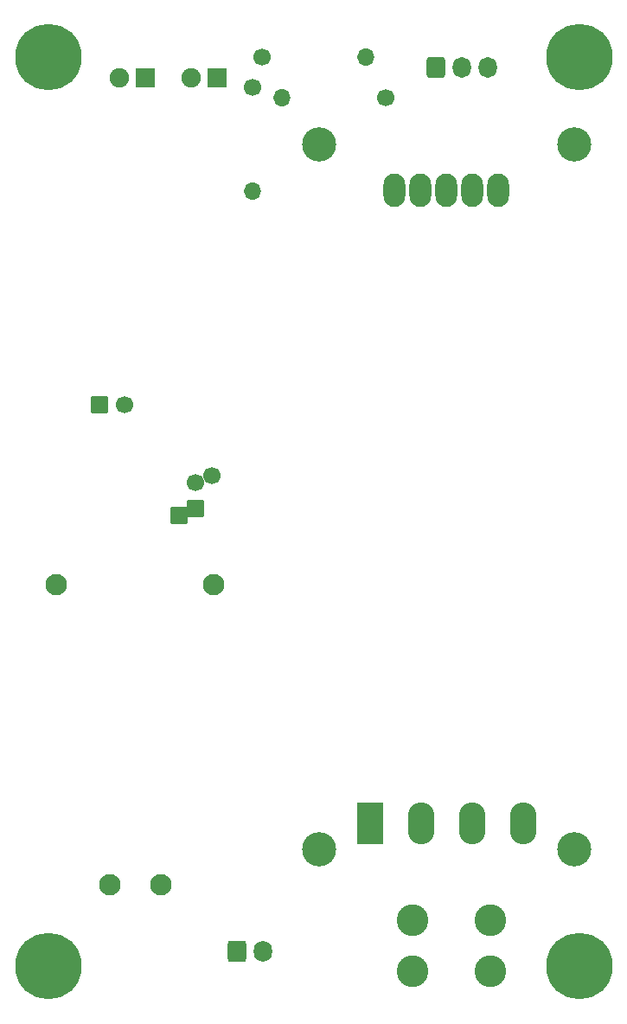
<source format=gbr>
%TF.GenerationSoftware,KiCad,Pcbnew,7.0.8*%
%TF.CreationDate,2023-10-31T00:38:55-07:00*%
%TF.ProjectId,PZEM-Single LPKF - R1,505a454d-2d53-4696-9e67-6c65204c504b,rev?*%
%TF.SameCoordinates,Original*%
%TF.FileFunction,Soldermask,Top*%
%TF.FilePolarity,Negative*%
%FSLAX46Y46*%
G04 Gerber Fmt 4.6, Leading zero omitted, Abs format (unit mm)*
G04 Created by KiCad (PCBNEW 7.0.8) date 2023-10-31 00:38:55*
%MOMM*%
%LPD*%
G01*
G04 APERTURE LIST*
G04 Aperture macros list*
%AMRoundRect*
0 Rectangle with rounded corners*
0 $1 Rounding radius*
0 $2 $3 $4 $5 $6 $7 $8 $9 X,Y pos of 4 corners*
0 Add a 4 corners polygon primitive as box body*
4,1,4,$2,$3,$4,$5,$6,$7,$8,$9,$2,$3,0*
0 Add four circle primitives for the rounded corners*
1,1,$1+$1,$2,$3*
1,1,$1+$1,$4,$5*
1,1,$1+$1,$6,$7*
1,1,$1+$1,$8,$9*
0 Add four rect primitives between the rounded corners*
20,1,$1+$1,$2,$3,$4,$5,0*
20,1,$1+$1,$4,$5,$6,$7,0*
20,1,$1+$1,$6,$7,$8,$9,0*
20,1,$1+$1,$8,$9,$2,$3,0*%
G04 Aperture macros list end*
%ADD10C,0.900000*%
%ADD11C,6.500000*%
%ADD12RoundRect,0.050000X-0.800000X-0.800000X0.800000X-0.800000X0.800000X0.800000X-0.800000X0.800000X0*%
%ADD13C,1.700000*%
%ADD14C,3.350000*%
%ADD15RoundRect,0.050000X1.250000X-2.000000X1.250000X2.000000X-1.250000X2.000000X-1.250000X-2.000000X0*%
%ADD16O,2.600000X4.100000*%
%ADD17O,2.132000X3.275000*%
%ADD18RoundRect,0.300000X-0.600000X-0.750000X0.600000X-0.750000X0.600000X0.750000X-0.600000X0.750000X0*%
%ADD19O,1.800000X2.100000*%
%ADD20O,1.700000X1.700000*%
%ADD21RoundRect,0.050000X0.900000X0.900000X-0.900000X0.900000X-0.900000X-0.900000X0.900000X-0.900000X0*%
%ADD22C,1.900000*%
%ADD23RoundRect,0.050000X0.800000X-0.800000X0.800000X0.800000X-0.800000X0.800000X-0.800000X-0.800000X0*%
%ADD24RoundRect,0.300000X-0.600000X-0.725000X0.600000X-0.725000X0.600000X0.725000X-0.600000X0.725000X0*%
%ADD25O,1.800000X2.050000*%
%ADD26C,3.100000*%
%ADD27C,2.100000*%
G04 APERTURE END LIST*
D10*
%TO.C,H4*%
X53600000Y93000000D03*
X54302944Y94697056D03*
X54302944Y91302944D03*
X56000000Y95400000D03*
D11*
X56000000Y93000000D03*
D10*
X56000000Y90600000D03*
X57697056Y94697056D03*
X57697056Y91302944D03*
X58400000Y93000000D03*
%TD*%
%TO.C,H3*%
X53600000Y4000000D03*
X54302944Y5697056D03*
X54302944Y2302944D03*
X56000000Y6400000D03*
D11*
X56000000Y4000000D03*
D10*
X56000000Y1600000D03*
X57697056Y5697056D03*
X57697056Y2302944D03*
X58400000Y4000000D03*
%TD*%
%TO.C,H2*%
X1600000Y93000000D03*
X2302944Y94697056D03*
X2302944Y91302944D03*
X4000000Y95400000D03*
D11*
X4000000Y93000000D03*
D10*
X4000000Y90600000D03*
X5697056Y94697056D03*
X5697056Y91302944D03*
X6400000Y93000000D03*
%TD*%
%TO.C,H1*%
X1600000Y4000000D03*
X2302944Y5697056D03*
X2302944Y2302944D03*
X4000000Y6400000D03*
D11*
X4000000Y4000000D03*
D10*
X4000000Y1600000D03*
X5697056Y5697056D03*
X5697056Y2302944D03*
X6400000Y4000000D03*
%TD*%
D12*
%TO.C,C1*%
X9000000Y59000000D03*
D13*
X11500000Y59000000D03*
%TD*%
D14*
%TO.C,U1*%
X30500000Y15500000D03*
X55500000Y15500000D03*
X30500000Y84500000D03*
X55500000Y84500000D03*
D15*
X35500000Y18000000D03*
D16*
X40500000Y18000000D03*
X45500000Y18000000D03*
X50500000Y18000000D03*
D17*
X48080000Y80000000D03*
X45540000Y80000000D03*
X43000000Y80000000D03*
X40460000Y80000000D03*
X37920000Y80000000D03*
%TD*%
D18*
%TO.C,J1*%
X22500000Y5500000D03*
D19*
X25000000Y5500000D03*
%TD*%
D13*
%TO.C,R2*%
X24000000Y90080000D03*
D20*
X24000000Y79920000D03*
%TD*%
D13*
%TO.C,R5*%
X37080000Y89000000D03*
D20*
X26920000Y89000000D03*
%TD*%
D21*
%TO.C,D2*%
X20540000Y91000000D03*
D22*
X18000000Y91000000D03*
%TD*%
D23*
%TO.C,C2*%
X16800000Y48158126D03*
X18400000Y48829063D03*
D13*
X18400000Y51329063D03*
X20000000Y52000000D03*
%TD*%
D21*
%TO.C,D1*%
X13540000Y91000000D03*
D22*
X11000000Y91000000D03*
%TD*%
D24*
%TO.C,J4*%
X42000000Y92000000D03*
D25*
X44500000Y92000000D03*
X47000000Y92000000D03*
%TD*%
D13*
%TO.C,R1*%
X24920000Y93000000D03*
D20*
X35080000Y93000000D03*
%TD*%
D26*
%TO.C,J3*%
X47310000Y8500000D03*
X47310000Y3500000D03*
X39690000Y8500000D03*
X39690000Y3500000D03*
%TD*%
D27*
%TO.C,U3*%
X10000000Y12000000D03*
X15000000Y12000000D03*
X20200000Y41400000D03*
X4800000Y41400000D03*
%TD*%
M02*

</source>
